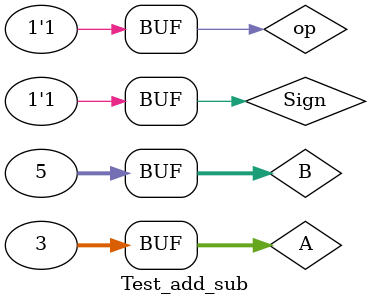
<source format=v>
module ALU_add_sub(A,B,op,Sign,Result,Z,V,N);

//A,B为两个32位输入，op为ALUFun[0]（1为sub，0为add）
//Sign为符号位标志（1为有符号，0为无符号）
//Result为32位输出，Z为0标志，V为溢出标志，N为结果为负标志

input [31:0] A,B;
input op,Sign;
output [31:0] Result;
output Z,V,N;

reg [31:0] NB;			//B或B的补码
reg [32:0] T_Result;	//真实结果
wire Sign_V;

always @(*)
begin
NB = B;
	if(Sign)
	begin
		if(op)
		begin
			NB = ~B + 1;
		end
		else begin
			NB = B;
		end
	end
	T_Result = A + NB;
end

assign Result = T_Result[31:0];
//判断是否为0只需按位取或再取反
assign Z = ~(|Result);

//只有符号位都为1，且输出高位为0才溢出
assign Sign_V = (A[31 && NB[31]]) ? ~Result[31]: 0;			
//如为无符号数，直接判断T_Result高位即可
assign V = (~Sign) ? T_Result[32] : Sign_V;		

//如为无符号数，则必为正数，否则由高位判断
assign N = (~Sign) ? 0 : T_Result[31];
endmodule

module Test_add_sub;
reg [31:0]A,B;
reg op,Sign;
initial 
begin
	A=32'd3;
	B=32'd5;
	Sign=1;
	op=1;
end
ALU_add_sub ZY(A,B,op,Sign,S,Z,V,N);
endmodule


</source>
